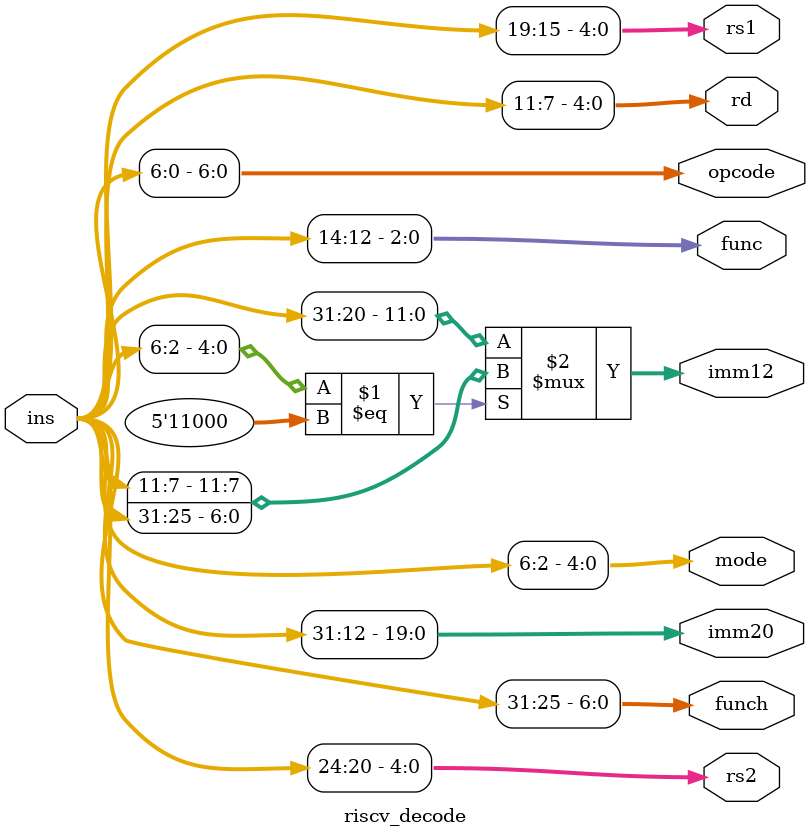
<source format=v>


module riscv_decode(

    input [31:0] ins,

    output [6:0] opcode,
    output [4:0] rd,
    output [2:0] func,
    output [4:0] rs1,
    output [4:0] rs2,
    output [6:0] funch,
    
    output [11:0] imm12,
    output [19:0] imm20,

    output [4:0] mode,

);




    assign opcode = ins[6:0];

    assign rd = ins[11:7];
    assign func = ins[14:12];
    assign rs1 = ins[19:15];
    assign rs2 = ins [24:20];
    assign funch = ins[31:25];

    assign mode = ins[6:2];

    assign imm20 = ins[31:12];

    assign imm12 = (mode == 5'b11000) ? 
        {ins[11:7], ins[31:25]} : ins[31:20];
    


endmodule
</source>
